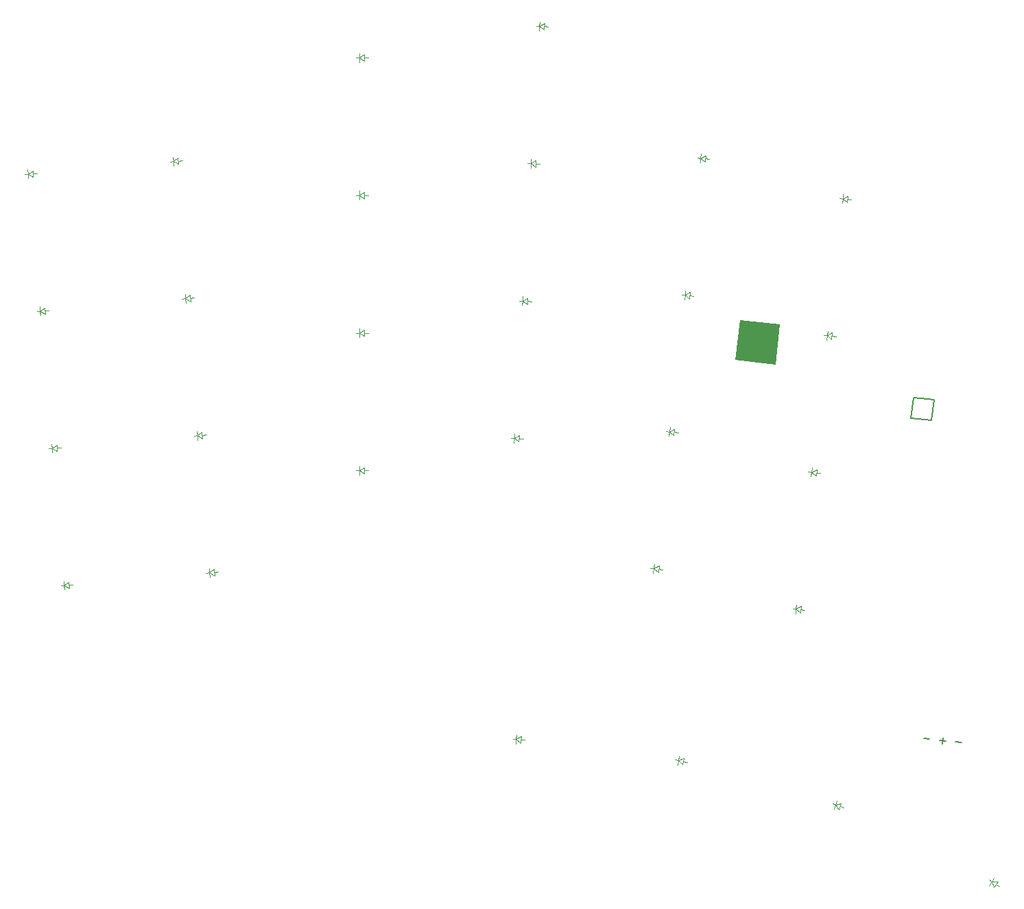
<source format=gbr>
%TF.GenerationSoftware,KiCad,Pcbnew,8.0.5-8.0.5-0~ubuntu22.04.1*%
%TF.CreationDate,2024-10-08T22:05:51+02:00*%
%TF.ProjectId,KeyboardV0,4b657962-6f61-4726-9456-302e6b696361,v1.0.0*%
%TF.SameCoordinates,Original*%
%TF.FileFunction,Legend,Top*%
%TF.FilePolarity,Positive*%
%FSLAX46Y46*%
G04 Gerber Fmt 4.6, Leading zero omitted, Abs format (unit mm)*
G04 Created by KiCad (PCBNEW 8.0.5-8.0.5-0~ubuntu22.04.1) date 2024-10-08 22:05:51*
%MOMM*%
%LPD*%
G01*
G04 APERTURE LIST*
%ADD10C,0.000000*%
%ADD11C,0.150000*%
%ADD12C,0.100000*%
G04 APERTURE END LIST*
D10*
G36*
X228209453Y-107446077D02*
G01*
X227643437Y-112413936D01*
X222675578Y-111847920D01*
X223241594Y-106880061D01*
X228209453Y-107446077D01*
G37*
D11*
X245928066Y-158547207D02*
X246685073Y-158633457D01*
X249902355Y-159000020D02*
X250659362Y-159086270D01*
X247915212Y-158773614D02*
X248672219Y-158859864D01*
X248250590Y-159195243D02*
X248336840Y-158438236D01*
D12*
%TO.C,D9*%
X176854947Y-125886130D02*
X176254947Y-125486130D01*
X176854947Y-125486130D02*
X177354947Y-125486131D01*
X176854946Y-125086130D02*
X176854947Y-125886130D01*
X176254947Y-125486130D02*
X176854946Y-125086130D01*
X176254947Y-125486130D02*
X176254949Y-126036128D01*
X176254947Y-125486130D02*
X176254947Y-124936128D01*
X175854947Y-125486129D02*
X176254947Y-125486130D01*
%TO.C,D21*%
X230805944Y-142256752D02*
X230715382Y-143051610D01*
X230760663Y-142654181D02*
X231257449Y-142710782D01*
X230715382Y-143051610D02*
X230164519Y-142586260D01*
X230164519Y-142586260D02*
X230805944Y-142256752D01*
X230164519Y-142586260D02*
X230226784Y-142039795D01*
X230164519Y-142586260D02*
X230102258Y-143132722D01*
X229767091Y-142540978D02*
X230164519Y-142586260D01*
%TO.C,D4*%
X136014395Y-89219233D02*
X135381814Y-88873050D01*
X135979532Y-88820755D02*
X136477629Y-88777177D01*
X135944669Y-88422277D02*
X136014395Y-89219233D01*
X135381814Y-88873050D02*
X135944669Y-88422277D01*
X135381814Y-88873050D02*
X135429751Y-89420953D01*
X135381814Y-88873050D02*
X135333879Y-88325141D01*
X134983337Y-88907911D02*
X135381814Y-88873050D01*
%TO.C,D3*%
X137496042Y-106154544D02*
X136863461Y-105808361D01*
X137461179Y-105756066D02*
X137959276Y-105712488D01*
X137426316Y-105357588D02*
X137496042Y-106154544D01*
X136863461Y-105808361D02*
X137426316Y-105357588D01*
X136863461Y-105808361D02*
X136911398Y-106356264D01*
X136863461Y-105808361D02*
X136815526Y-105260452D01*
X136464984Y-105843222D02*
X136863461Y-105808361D01*
%TO.C,D18*%
X215185714Y-120347657D02*
X215095152Y-121142515D01*
X215140433Y-120745086D02*
X215637219Y-120801687D01*
X215095152Y-121142515D02*
X214544289Y-120677165D01*
X214544289Y-120677165D02*
X215185714Y-120347657D01*
X214544289Y-120677165D02*
X214606554Y-120130700D01*
X214544289Y-120677165D02*
X214482028Y-121223627D01*
X214146861Y-120631883D02*
X214544289Y-120677165D01*
D11*
%TO.C,MCU1*%
X247197803Y-116758453D02*
X246910268Y-119282124D01*
X247197803Y-116758453D02*
X244674129Y-116470916D01*
X246910268Y-119282124D02*
X244386592Y-118994589D01*
X244386592Y-118994589D02*
X244674129Y-116470916D01*
D12*
%TO.C,D8*%
X153945899Y-87650431D02*
X153313318Y-87304248D01*
X153911036Y-87251953D02*
X154409133Y-87208375D01*
X153876173Y-86853475D02*
X153945899Y-87650431D01*
X153313318Y-87304248D02*
X153876173Y-86853475D01*
X153313318Y-87304248D02*
X153361255Y-87852151D01*
X153313318Y-87304248D02*
X153265383Y-86756339D01*
X152914841Y-87339109D02*
X153313318Y-87304248D01*
%TO.C,D23*%
X234654854Y-108475307D02*
X234564292Y-109270165D01*
X234609573Y-108872736D02*
X235106359Y-108929337D01*
X234564292Y-109270165D02*
X234013429Y-108804815D01*
X234013429Y-108804815D02*
X234654854Y-108475307D01*
X234013429Y-108804815D02*
X234075694Y-108258350D01*
X234013429Y-108804815D02*
X233951168Y-109351277D01*
X233616001Y-108759533D02*
X234013429Y-108804815D01*
%TO.C,D12*%
X176854946Y-74886135D02*
X176254946Y-74486135D01*
X176854946Y-74486135D02*
X177354946Y-74486136D01*
X176854945Y-74086135D02*
X176854946Y-74886135D01*
X176254946Y-74486135D02*
X176854945Y-74086135D01*
X176254946Y-74486135D02*
X176254948Y-75036133D01*
X176254946Y-74486135D02*
X176254946Y-73936133D01*
X175854946Y-74486134D02*
X176254946Y-74486135D01*
%TO.C,D17*%
X213261256Y-137238376D02*
X213170694Y-138033234D01*
X213215975Y-137635805D02*
X213712761Y-137692406D01*
X213170694Y-138033234D02*
X212619831Y-137567884D01*
X212619831Y-137567884D02*
X213261256Y-137238376D01*
X212619831Y-137567884D02*
X212682096Y-137021419D01*
X212619831Y-137567884D02*
X212557570Y-138114346D01*
X212222403Y-137522602D02*
X212619831Y-137567884D01*
%TO.C,D14*%
X197046122Y-104168354D02*
X196997283Y-104966861D01*
X197021701Y-104567608D02*
X197520770Y-104598132D01*
X196997283Y-104966861D02*
X196422822Y-104530979D01*
X196422822Y-104530979D02*
X197046122Y-104168354D01*
X196422822Y-104530979D02*
X196456399Y-103982005D01*
X196422822Y-104530979D02*
X196389245Y-105079953D01*
X196023568Y-104506560D02*
X196422822Y-104530979D01*
%TO.C,D16*%
X199121772Y-70231772D02*
X199072933Y-71030279D01*
X199097351Y-70631026D02*
X199596420Y-70661550D01*
X199072933Y-71030279D02*
X198498472Y-70594397D01*
X198498472Y-70594397D02*
X199121772Y-70231772D01*
X198498472Y-70594397D02*
X198532049Y-70045423D01*
X198498472Y-70594397D02*
X198464895Y-71143371D01*
X198099218Y-70569978D02*
X198498472Y-70594397D01*
%TO.C,D15*%
X198083949Y-87200063D02*
X198035110Y-87998570D01*
X198059528Y-87599317D02*
X198558597Y-87629841D01*
X198035110Y-87998570D02*
X197460649Y-87562688D01*
X197460649Y-87562688D02*
X198083949Y-87200063D01*
X197460649Y-87562688D02*
X197494226Y-87013714D01*
X197460649Y-87562688D02*
X197427072Y-88111662D01*
X197061395Y-87538269D02*
X197460649Y-87562688D01*
%TO.C,D25*%
X196238732Y-158320069D02*
X196189893Y-159118576D01*
X196214311Y-158719323D02*
X196713380Y-158749847D01*
X196189893Y-159118576D02*
X195615432Y-158682694D01*
X195615432Y-158682694D02*
X196238732Y-158320069D01*
X195615432Y-158682694D02*
X195649009Y-158133720D01*
X195615432Y-158682694D02*
X195581855Y-159231668D01*
X195216178Y-158658275D02*
X195615432Y-158682694D01*
%TO.C,D19*%
X217110169Y-103456936D02*
X217019607Y-104251794D01*
X217064888Y-103854365D02*
X217561674Y-103910966D01*
X217019607Y-104251794D02*
X216468744Y-103786444D01*
X216468744Y-103786444D02*
X217110169Y-103456936D01*
X216468744Y-103786444D02*
X216531009Y-103239979D01*
X216468744Y-103786444D02*
X216406483Y-104332906D01*
X216071316Y-103741162D02*
X216468744Y-103786444D01*
%TO.C,D11*%
X176854948Y-91886133D02*
X176254948Y-91486133D01*
X176854948Y-91486133D02*
X177354948Y-91486134D01*
X176854947Y-91086133D02*
X176854948Y-91886133D01*
X176254948Y-91486133D02*
X176854947Y-91086133D01*
X176254948Y-91486133D02*
X176254950Y-92036131D01*
X176254948Y-91486133D02*
X176254948Y-90936131D01*
X175854948Y-91486132D02*
X176254948Y-91486133D01*
%TO.C,D28*%
X255070744Y-176241518D02*
X254640904Y-176916233D01*
X254855823Y-176578877D02*
X255277520Y-176847526D01*
X254640904Y-176916233D02*
X254349789Y-176256496D01*
X254349789Y-176256496D02*
X255070744Y-176241518D01*
X254349789Y-176256496D02*
X254645304Y-175792633D01*
X254349789Y-176256496D02*
X254054275Y-176720362D01*
X254012432Y-176041578D02*
X254349789Y-176256496D01*
%TO.C,D10*%
X176854946Y-108886135D02*
X176254946Y-108486135D01*
X176854946Y-108486135D02*
X177354946Y-108486136D01*
X176854945Y-108086135D02*
X176854946Y-108886135D01*
X176254946Y-108486135D02*
X176854945Y-108086135D01*
X176254946Y-108486135D02*
X176254948Y-109036133D01*
X176254946Y-108486135D02*
X176254946Y-107936133D01*
X175854946Y-108486134D02*
X176254946Y-108486135D01*
%TO.C,D6*%
X156909194Y-121521051D02*
X156276613Y-121174868D01*
X156874331Y-121122573D02*
X157372428Y-121078995D01*
X156839468Y-120724095D02*
X156909194Y-121521051D01*
X156276613Y-121174868D02*
X156839468Y-120724095D01*
X156276613Y-121174868D02*
X156324550Y-121722771D01*
X156276613Y-121174868D02*
X156228678Y-120626959D01*
X155878136Y-121209729D02*
X156276613Y-121174868D01*
%TO.C,D20*%
X219034623Y-86566214D02*
X218944061Y-87361072D01*
X218989342Y-86963643D02*
X219486128Y-87020244D01*
X218944061Y-87361072D02*
X218393198Y-86895722D01*
X218393198Y-86895722D02*
X219034623Y-86566214D01*
X218393198Y-86895722D02*
X218455463Y-86349257D01*
X218393198Y-86895722D02*
X218330937Y-87442184D01*
X217995770Y-86850440D02*
X218393198Y-86895722D01*
%TO.C,D5*%
X158390842Y-138456361D02*
X157758261Y-138110178D01*
X158355979Y-138057883D02*
X158854076Y-138014305D01*
X158321116Y-137659405D02*
X158390842Y-138456361D01*
X157758261Y-138110178D02*
X158321116Y-137659405D01*
X157758261Y-138110178D02*
X157806198Y-138658081D01*
X157758261Y-138110178D02*
X157710326Y-137562269D01*
X157359784Y-138145039D02*
X157758261Y-138110178D01*
%TO.C,D1*%
X140459340Y-140025162D02*
X139826759Y-139678979D01*
X140424477Y-139626684D02*
X140922574Y-139583106D01*
X140389614Y-139228206D02*
X140459340Y-140025162D01*
X139826759Y-139678979D02*
X140389614Y-139228206D01*
X139826759Y-139678979D02*
X139874696Y-140226882D01*
X139826759Y-139678979D02*
X139778824Y-139131070D01*
X139428282Y-139713840D02*
X139826759Y-139678979D01*
%TO.C,D7*%
X155427547Y-104585741D02*
X154794966Y-104239558D01*
X155392684Y-104187263D02*
X155890781Y-104143685D01*
X155357821Y-103788785D02*
X155427547Y-104585741D01*
X154794966Y-104239558D02*
X155357821Y-103788785D01*
X154794966Y-104239558D02*
X154842903Y-104787461D01*
X154794966Y-104239558D02*
X154747031Y-103691649D01*
X154396489Y-104274419D02*
X154794966Y-104239558D01*
%TO.C,D2*%
X138977688Y-123089853D02*
X138345107Y-122743670D01*
X138942825Y-122691375D02*
X139440922Y-122647797D01*
X138907962Y-122292897D02*
X138977688Y-123089853D01*
X138345107Y-122743670D02*
X138907962Y-122292897D01*
X138345107Y-122743670D02*
X138393044Y-123291573D01*
X138345107Y-122743670D02*
X138297172Y-122195761D01*
X137946630Y-122778531D02*
X138345107Y-122743670D01*
%TO.C,D22*%
X232730395Y-125366029D02*
X232639833Y-126160887D01*
X232685114Y-125763458D02*
X233181900Y-125820059D01*
X232639833Y-126160887D02*
X232088970Y-125695537D01*
X232088970Y-125695537D02*
X232730395Y-125366029D01*
X232088970Y-125695537D02*
X232151235Y-125149072D01*
X232088970Y-125695537D02*
X232026709Y-126241999D01*
X231691542Y-125650255D02*
X232088970Y-125695537D01*
%TO.C,D13*%
X196008295Y-121136648D02*
X195959456Y-121935155D01*
X195983874Y-121535902D02*
X196482943Y-121566426D01*
X195959456Y-121935155D02*
X195384995Y-121499273D01*
X195384995Y-121499273D02*
X196008295Y-121136648D01*
X195384995Y-121499273D02*
X195418572Y-120950299D01*
X195384995Y-121499273D02*
X195351418Y-122048247D01*
X194985741Y-121474854D02*
X195384995Y-121499273D01*
%TO.C,D27*%
X235762102Y-166583507D02*
X235495056Y-167337621D01*
X235628577Y-166960563D02*
X236099898Y-167127467D01*
X235495056Y-167337621D02*
X235062992Y-166760280D01*
X235062992Y-166760280D02*
X235762102Y-166583507D01*
X235062992Y-166760280D02*
X235246587Y-166241827D01*
X235062992Y-166760280D02*
X234879398Y-167278732D01*
X234685936Y-166626757D02*
X235062992Y-166760280D01*
%TO.C,D26*%
X216327993Y-161032473D02*
X216168499Y-161816414D01*
X216248246Y-161424443D02*
X216738209Y-161524128D01*
X216168499Y-161816414D02*
X215660290Y-161304822D01*
X215660290Y-161304822D02*
X216327993Y-161032473D01*
X215660290Y-161304822D02*
X215769944Y-160765863D01*
X215660290Y-161304822D02*
X215550639Y-161843781D01*
X215268321Y-161225074D02*
X215660290Y-161304822D01*
%TO.C,D24*%
X236579306Y-91584585D02*
X236488744Y-92379443D01*
X236534025Y-91982014D02*
X237030811Y-92038615D01*
X236488744Y-92379443D02*
X235937881Y-91914093D01*
X235937881Y-91914093D02*
X236579306Y-91584585D01*
X235937881Y-91914093D02*
X236000146Y-91367628D01*
X235937881Y-91914093D02*
X235875620Y-92460555D01*
X235540453Y-91868811D02*
X235937881Y-91914093D01*
%TD*%
M02*

</source>
